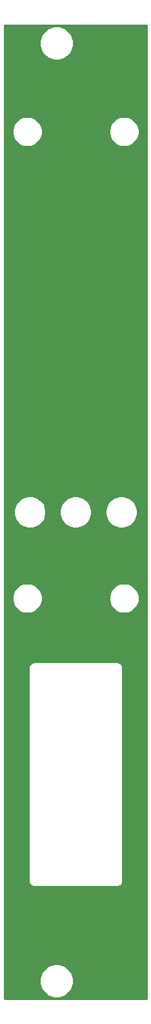
<source format=gbr>
G04 #@! TF.GenerationSoftware,KiCad,Pcbnew,(5.1.10)-1*
G04 #@! TF.CreationDate,2021-09-05T06:08:46+02:00*
G04 #@! TF.ProjectId,Power Module Front,506f7765-7220-44d6-9f64-756c65204672,rev?*
G04 #@! TF.SameCoordinates,Original*
G04 #@! TF.FileFunction,Copper,L1,Top*
G04 #@! TF.FilePolarity,Positive*
%FSLAX46Y46*%
G04 Gerber Fmt 4.6, Leading zero omitted, Abs format (unit mm)*
G04 Created by KiCad (PCBNEW (5.1.10)-1) date 2021-09-05 06:08:46*
%MOMM*%
%LPD*%
G01*
G04 APERTURE LIST*
G04 #@! TA.AperFunction,NonConductor*
%ADD10C,0.254000*%
G04 #@! TD*
G04 #@! TA.AperFunction,NonConductor*
%ADD11C,0.100000*%
G04 #@! TD*
G04 APERTURE END LIST*
D10*
X19315001Y-127815000D02*
X685000Y-127815000D01*
X685000Y-125279872D01*
X5265000Y-125279872D01*
X5265000Y-125720128D01*
X5350890Y-126151925D01*
X5519369Y-126558669D01*
X5763962Y-126924729D01*
X6075271Y-127236038D01*
X6441331Y-127480631D01*
X6848075Y-127649110D01*
X7279872Y-127735000D01*
X7720128Y-127735000D01*
X8151925Y-127649110D01*
X8558669Y-127480631D01*
X8924729Y-127236038D01*
X9236038Y-126924729D01*
X9480631Y-126558669D01*
X9649110Y-126151925D01*
X9735000Y-125720128D01*
X9735000Y-125279872D01*
X9649110Y-124848075D01*
X9480631Y-124441331D01*
X9236038Y-124075271D01*
X8924729Y-123763962D01*
X8558669Y-123519369D01*
X8151925Y-123350890D01*
X7720128Y-123265000D01*
X7279872Y-123265000D01*
X6848075Y-123350890D01*
X6441331Y-123519369D01*
X6075271Y-123763962D01*
X5763962Y-124075271D01*
X5519369Y-124441331D01*
X5350890Y-124848075D01*
X5265000Y-125279872D01*
X685000Y-125279872D01*
X685000Y-84500000D01*
X3836807Y-84500000D01*
X3840001Y-84532429D01*
X3840000Y-112467581D01*
X3836807Y-112500000D01*
X3849550Y-112629383D01*
X3887290Y-112753793D01*
X3948575Y-112868450D01*
X4031052Y-112968948D01*
X4131550Y-113051425D01*
X4246207Y-113112710D01*
X4370617Y-113150450D01*
X4500000Y-113163193D01*
X4532419Y-113160000D01*
X15467581Y-113160000D01*
X15500000Y-113163193D01*
X15532419Y-113160000D01*
X15629383Y-113150450D01*
X15753793Y-113112710D01*
X15868450Y-113051425D01*
X15968948Y-112968948D01*
X16051425Y-112868450D01*
X16112710Y-112753793D01*
X16150450Y-112629383D01*
X16163193Y-112500000D01*
X16160000Y-112467581D01*
X16160000Y-84532419D01*
X16163193Y-84500000D01*
X16150450Y-84370617D01*
X16112710Y-84246207D01*
X16051425Y-84131550D01*
X15968948Y-84031052D01*
X15868450Y-83948575D01*
X15753793Y-83887290D01*
X15629383Y-83849550D01*
X15532419Y-83840000D01*
X15500000Y-83836807D01*
X15467581Y-83840000D01*
X4532419Y-83840000D01*
X4500000Y-83836807D01*
X4467581Y-83840000D01*
X4370617Y-83849550D01*
X4246207Y-83887290D01*
X4131550Y-83948575D01*
X4031052Y-84031052D01*
X3948575Y-84131550D01*
X3887290Y-84246207D01*
X3849550Y-84370617D01*
X3836807Y-84500000D01*
X685000Y-84500000D01*
X685000Y-75304495D01*
X1665000Y-75304495D01*
X1665000Y-75695505D01*
X1741282Y-76079003D01*
X1890915Y-76440250D01*
X2108149Y-76765364D01*
X2384636Y-77041851D01*
X2709750Y-77259085D01*
X3070997Y-77408718D01*
X3454495Y-77485000D01*
X3845505Y-77485000D01*
X4229003Y-77408718D01*
X4590250Y-77259085D01*
X4915364Y-77041851D01*
X5191851Y-76765364D01*
X5409085Y-76440250D01*
X5558718Y-76079003D01*
X5635000Y-75695505D01*
X5635000Y-75304495D01*
X14365000Y-75304495D01*
X14365000Y-75695505D01*
X14441282Y-76079003D01*
X14590915Y-76440250D01*
X14808149Y-76765364D01*
X15084636Y-77041851D01*
X15409750Y-77259085D01*
X15770997Y-77408718D01*
X16154495Y-77485000D01*
X16545505Y-77485000D01*
X16929003Y-77408718D01*
X17290250Y-77259085D01*
X17615364Y-77041851D01*
X17891851Y-76765364D01*
X18109085Y-76440250D01*
X18258718Y-76079003D01*
X18335000Y-75695505D01*
X18335000Y-75304495D01*
X18258718Y-74920997D01*
X18109085Y-74559750D01*
X17891851Y-74234636D01*
X17615364Y-73958149D01*
X17290250Y-73740915D01*
X16929003Y-73591282D01*
X16545505Y-73515000D01*
X16154495Y-73515000D01*
X15770997Y-73591282D01*
X15409750Y-73740915D01*
X15084636Y-73958149D01*
X14808149Y-74234636D01*
X14590915Y-74559750D01*
X14441282Y-74920997D01*
X14365000Y-75304495D01*
X5635000Y-75304495D01*
X5558718Y-74920997D01*
X5409085Y-74559750D01*
X5191851Y-74234636D01*
X4915364Y-73958149D01*
X4590250Y-73740915D01*
X4229003Y-73591282D01*
X3845505Y-73515000D01*
X3454495Y-73515000D01*
X3070997Y-73591282D01*
X2709750Y-73740915D01*
X2384636Y-73958149D01*
X2108149Y-74234636D01*
X1890915Y-74559750D01*
X1741282Y-74920997D01*
X1665000Y-75304495D01*
X685000Y-75304495D01*
X685000Y-64039721D01*
X1865000Y-64039721D01*
X1865000Y-64460279D01*
X1947047Y-64872756D01*
X2107988Y-65261302D01*
X2341637Y-65610983D01*
X2639017Y-65908363D01*
X2988698Y-66142012D01*
X3377244Y-66302953D01*
X3789721Y-66385000D01*
X4210279Y-66385000D01*
X4622756Y-66302953D01*
X5011302Y-66142012D01*
X5360983Y-65908363D01*
X5658363Y-65610983D01*
X5892012Y-65261302D01*
X6052953Y-64872756D01*
X6135000Y-64460279D01*
X6135000Y-64039721D01*
X7865000Y-64039721D01*
X7865000Y-64460279D01*
X7947047Y-64872756D01*
X8107988Y-65261302D01*
X8341637Y-65610983D01*
X8639017Y-65908363D01*
X8988698Y-66142012D01*
X9377244Y-66302953D01*
X9789721Y-66385000D01*
X10210279Y-66385000D01*
X10622756Y-66302953D01*
X11011302Y-66142012D01*
X11360983Y-65908363D01*
X11658363Y-65610983D01*
X11892012Y-65261302D01*
X12052953Y-64872756D01*
X12135000Y-64460279D01*
X12135000Y-64039721D01*
X13865000Y-64039721D01*
X13865000Y-64460279D01*
X13947047Y-64872756D01*
X14107988Y-65261302D01*
X14341637Y-65610983D01*
X14639017Y-65908363D01*
X14988698Y-66142012D01*
X15377244Y-66302953D01*
X15789721Y-66385000D01*
X16210279Y-66385000D01*
X16622756Y-66302953D01*
X17011302Y-66142012D01*
X17360983Y-65908363D01*
X17658363Y-65610983D01*
X17892012Y-65261302D01*
X18052953Y-64872756D01*
X18135000Y-64460279D01*
X18135000Y-64039721D01*
X18052953Y-63627244D01*
X17892012Y-63238698D01*
X17658363Y-62889017D01*
X17360983Y-62591637D01*
X17011302Y-62357988D01*
X16622756Y-62197047D01*
X16210279Y-62115000D01*
X15789721Y-62115000D01*
X15377244Y-62197047D01*
X14988698Y-62357988D01*
X14639017Y-62591637D01*
X14341637Y-62889017D01*
X14107988Y-63238698D01*
X13947047Y-63627244D01*
X13865000Y-64039721D01*
X12135000Y-64039721D01*
X12052953Y-63627244D01*
X11892012Y-63238698D01*
X11658363Y-62889017D01*
X11360983Y-62591637D01*
X11011302Y-62357988D01*
X10622756Y-62197047D01*
X10210279Y-62115000D01*
X9789721Y-62115000D01*
X9377244Y-62197047D01*
X8988698Y-62357988D01*
X8639017Y-62591637D01*
X8341637Y-62889017D01*
X8107988Y-63238698D01*
X7947047Y-63627244D01*
X7865000Y-64039721D01*
X6135000Y-64039721D01*
X6052953Y-63627244D01*
X5892012Y-63238698D01*
X5658363Y-62889017D01*
X5360983Y-62591637D01*
X5011302Y-62357988D01*
X4622756Y-62197047D01*
X4210279Y-62115000D01*
X3789721Y-62115000D01*
X3377244Y-62197047D01*
X2988698Y-62357988D01*
X2639017Y-62591637D01*
X2341637Y-62889017D01*
X2107988Y-63238698D01*
X1947047Y-63627244D01*
X1865000Y-64039721D01*
X685000Y-64039721D01*
X685000Y-14344495D01*
X1665000Y-14344495D01*
X1665000Y-14735505D01*
X1741282Y-15119003D01*
X1890915Y-15480250D01*
X2108149Y-15805364D01*
X2384636Y-16081851D01*
X2709750Y-16299085D01*
X3070997Y-16448718D01*
X3454495Y-16525000D01*
X3845505Y-16525000D01*
X4229003Y-16448718D01*
X4590250Y-16299085D01*
X4915364Y-16081851D01*
X5191851Y-15805364D01*
X5409085Y-15480250D01*
X5558718Y-15119003D01*
X5635000Y-14735505D01*
X5635000Y-14344495D01*
X14365000Y-14344495D01*
X14365000Y-14735505D01*
X14441282Y-15119003D01*
X14590915Y-15480250D01*
X14808149Y-15805364D01*
X15084636Y-16081851D01*
X15409750Y-16299085D01*
X15770997Y-16448718D01*
X16154495Y-16525000D01*
X16545505Y-16525000D01*
X16929003Y-16448718D01*
X17290250Y-16299085D01*
X17615364Y-16081851D01*
X17891851Y-15805364D01*
X18109085Y-15480250D01*
X18258718Y-15119003D01*
X18335000Y-14735505D01*
X18335000Y-14344495D01*
X18258718Y-13960997D01*
X18109085Y-13599750D01*
X17891851Y-13274636D01*
X17615364Y-12998149D01*
X17290250Y-12780915D01*
X16929003Y-12631282D01*
X16545505Y-12555000D01*
X16154495Y-12555000D01*
X15770997Y-12631282D01*
X15409750Y-12780915D01*
X15084636Y-12998149D01*
X14808149Y-13274636D01*
X14590915Y-13599750D01*
X14441282Y-13960997D01*
X14365000Y-14344495D01*
X5635000Y-14344495D01*
X5558718Y-13960997D01*
X5409085Y-13599750D01*
X5191851Y-13274636D01*
X4915364Y-12998149D01*
X4590250Y-12780915D01*
X4229003Y-12631282D01*
X3845505Y-12555000D01*
X3454495Y-12555000D01*
X3070997Y-12631282D01*
X2709750Y-12780915D01*
X2384636Y-12998149D01*
X2108149Y-13274636D01*
X1890915Y-13599750D01*
X1741282Y-13960997D01*
X1665000Y-14344495D01*
X685000Y-14344495D01*
X685000Y-2779872D01*
X5265000Y-2779872D01*
X5265000Y-3220128D01*
X5350890Y-3651925D01*
X5519369Y-4058669D01*
X5763962Y-4424729D01*
X6075271Y-4736038D01*
X6441331Y-4980631D01*
X6848075Y-5149110D01*
X7279872Y-5235000D01*
X7720128Y-5235000D01*
X8151925Y-5149110D01*
X8558669Y-4980631D01*
X8924729Y-4736038D01*
X9236038Y-4424729D01*
X9480631Y-4058669D01*
X9649110Y-3651925D01*
X9735000Y-3220128D01*
X9735000Y-2779872D01*
X9649110Y-2348075D01*
X9480631Y-1941331D01*
X9236038Y-1575271D01*
X8924729Y-1263962D01*
X8558669Y-1019369D01*
X8151925Y-850890D01*
X7720128Y-765000D01*
X7279872Y-765000D01*
X6848075Y-850890D01*
X6441331Y-1019369D01*
X6075271Y-1263962D01*
X5763962Y-1575271D01*
X5519369Y-1941331D01*
X5350890Y-2348075D01*
X5265000Y-2779872D01*
X685000Y-2779872D01*
X685000Y-685000D01*
X19315000Y-685000D01*
X19315001Y-127815000D01*
G04 #@! TA.AperFunction,NonConductor*
D11*
G36*
X19315001Y-127815000D02*
G01*
X685000Y-127815000D01*
X685000Y-125279872D01*
X5265000Y-125279872D01*
X5265000Y-125720128D01*
X5350890Y-126151925D01*
X5519369Y-126558669D01*
X5763962Y-126924729D01*
X6075271Y-127236038D01*
X6441331Y-127480631D01*
X6848075Y-127649110D01*
X7279872Y-127735000D01*
X7720128Y-127735000D01*
X8151925Y-127649110D01*
X8558669Y-127480631D01*
X8924729Y-127236038D01*
X9236038Y-126924729D01*
X9480631Y-126558669D01*
X9649110Y-126151925D01*
X9735000Y-125720128D01*
X9735000Y-125279872D01*
X9649110Y-124848075D01*
X9480631Y-124441331D01*
X9236038Y-124075271D01*
X8924729Y-123763962D01*
X8558669Y-123519369D01*
X8151925Y-123350890D01*
X7720128Y-123265000D01*
X7279872Y-123265000D01*
X6848075Y-123350890D01*
X6441331Y-123519369D01*
X6075271Y-123763962D01*
X5763962Y-124075271D01*
X5519369Y-124441331D01*
X5350890Y-124848075D01*
X5265000Y-125279872D01*
X685000Y-125279872D01*
X685000Y-84500000D01*
X3836807Y-84500000D01*
X3840001Y-84532429D01*
X3840000Y-112467581D01*
X3836807Y-112500000D01*
X3849550Y-112629383D01*
X3887290Y-112753793D01*
X3948575Y-112868450D01*
X4031052Y-112968948D01*
X4131550Y-113051425D01*
X4246207Y-113112710D01*
X4370617Y-113150450D01*
X4500000Y-113163193D01*
X4532419Y-113160000D01*
X15467581Y-113160000D01*
X15500000Y-113163193D01*
X15532419Y-113160000D01*
X15629383Y-113150450D01*
X15753793Y-113112710D01*
X15868450Y-113051425D01*
X15968948Y-112968948D01*
X16051425Y-112868450D01*
X16112710Y-112753793D01*
X16150450Y-112629383D01*
X16163193Y-112500000D01*
X16160000Y-112467581D01*
X16160000Y-84532419D01*
X16163193Y-84500000D01*
X16150450Y-84370617D01*
X16112710Y-84246207D01*
X16051425Y-84131550D01*
X15968948Y-84031052D01*
X15868450Y-83948575D01*
X15753793Y-83887290D01*
X15629383Y-83849550D01*
X15532419Y-83840000D01*
X15500000Y-83836807D01*
X15467581Y-83840000D01*
X4532419Y-83840000D01*
X4500000Y-83836807D01*
X4467581Y-83840000D01*
X4370617Y-83849550D01*
X4246207Y-83887290D01*
X4131550Y-83948575D01*
X4031052Y-84031052D01*
X3948575Y-84131550D01*
X3887290Y-84246207D01*
X3849550Y-84370617D01*
X3836807Y-84500000D01*
X685000Y-84500000D01*
X685000Y-75304495D01*
X1665000Y-75304495D01*
X1665000Y-75695505D01*
X1741282Y-76079003D01*
X1890915Y-76440250D01*
X2108149Y-76765364D01*
X2384636Y-77041851D01*
X2709750Y-77259085D01*
X3070997Y-77408718D01*
X3454495Y-77485000D01*
X3845505Y-77485000D01*
X4229003Y-77408718D01*
X4590250Y-77259085D01*
X4915364Y-77041851D01*
X5191851Y-76765364D01*
X5409085Y-76440250D01*
X5558718Y-76079003D01*
X5635000Y-75695505D01*
X5635000Y-75304495D01*
X14365000Y-75304495D01*
X14365000Y-75695505D01*
X14441282Y-76079003D01*
X14590915Y-76440250D01*
X14808149Y-76765364D01*
X15084636Y-77041851D01*
X15409750Y-77259085D01*
X15770997Y-77408718D01*
X16154495Y-77485000D01*
X16545505Y-77485000D01*
X16929003Y-77408718D01*
X17290250Y-77259085D01*
X17615364Y-77041851D01*
X17891851Y-76765364D01*
X18109085Y-76440250D01*
X18258718Y-76079003D01*
X18335000Y-75695505D01*
X18335000Y-75304495D01*
X18258718Y-74920997D01*
X18109085Y-74559750D01*
X17891851Y-74234636D01*
X17615364Y-73958149D01*
X17290250Y-73740915D01*
X16929003Y-73591282D01*
X16545505Y-73515000D01*
X16154495Y-73515000D01*
X15770997Y-73591282D01*
X15409750Y-73740915D01*
X15084636Y-73958149D01*
X14808149Y-74234636D01*
X14590915Y-74559750D01*
X14441282Y-74920997D01*
X14365000Y-75304495D01*
X5635000Y-75304495D01*
X5558718Y-74920997D01*
X5409085Y-74559750D01*
X5191851Y-74234636D01*
X4915364Y-73958149D01*
X4590250Y-73740915D01*
X4229003Y-73591282D01*
X3845505Y-73515000D01*
X3454495Y-73515000D01*
X3070997Y-73591282D01*
X2709750Y-73740915D01*
X2384636Y-73958149D01*
X2108149Y-74234636D01*
X1890915Y-74559750D01*
X1741282Y-74920997D01*
X1665000Y-75304495D01*
X685000Y-75304495D01*
X685000Y-64039721D01*
X1865000Y-64039721D01*
X1865000Y-64460279D01*
X1947047Y-64872756D01*
X2107988Y-65261302D01*
X2341637Y-65610983D01*
X2639017Y-65908363D01*
X2988698Y-66142012D01*
X3377244Y-66302953D01*
X3789721Y-66385000D01*
X4210279Y-66385000D01*
X4622756Y-66302953D01*
X5011302Y-66142012D01*
X5360983Y-65908363D01*
X5658363Y-65610983D01*
X5892012Y-65261302D01*
X6052953Y-64872756D01*
X6135000Y-64460279D01*
X6135000Y-64039721D01*
X7865000Y-64039721D01*
X7865000Y-64460279D01*
X7947047Y-64872756D01*
X8107988Y-65261302D01*
X8341637Y-65610983D01*
X8639017Y-65908363D01*
X8988698Y-66142012D01*
X9377244Y-66302953D01*
X9789721Y-66385000D01*
X10210279Y-66385000D01*
X10622756Y-66302953D01*
X11011302Y-66142012D01*
X11360983Y-65908363D01*
X11658363Y-65610983D01*
X11892012Y-65261302D01*
X12052953Y-64872756D01*
X12135000Y-64460279D01*
X12135000Y-64039721D01*
X13865000Y-64039721D01*
X13865000Y-64460279D01*
X13947047Y-64872756D01*
X14107988Y-65261302D01*
X14341637Y-65610983D01*
X14639017Y-65908363D01*
X14988698Y-66142012D01*
X15377244Y-66302953D01*
X15789721Y-66385000D01*
X16210279Y-66385000D01*
X16622756Y-66302953D01*
X17011302Y-66142012D01*
X17360983Y-65908363D01*
X17658363Y-65610983D01*
X17892012Y-65261302D01*
X18052953Y-64872756D01*
X18135000Y-64460279D01*
X18135000Y-64039721D01*
X18052953Y-63627244D01*
X17892012Y-63238698D01*
X17658363Y-62889017D01*
X17360983Y-62591637D01*
X17011302Y-62357988D01*
X16622756Y-62197047D01*
X16210279Y-62115000D01*
X15789721Y-62115000D01*
X15377244Y-62197047D01*
X14988698Y-62357988D01*
X14639017Y-62591637D01*
X14341637Y-62889017D01*
X14107988Y-63238698D01*
X13947047Y-63627244D01*
X13865000Y-64039721D01*
X12135000Y-64039721D01*
X12052953Y-63627244D01*
X11892012Y-63238698D01*
X11658363Y-62889017D01*
X11360983Y-62591637D01*
X11011302Y-62357988D01*
X10622756Y-62197047D01*
X10210279Y-62115000D01*
X9789721Y-62115000D01*
X9377244Y-62197047D01*
X8988698Y-62357988D01*
X8639017Y-62591637D01*
X8341637Y-62889017D01*
X8107988Y-63238698D01*
X7947047Y-63627244D01*
X7865000Y-64039721D01*
X6135000Y-64039721D01*
X6052953Y-63627244D01*
X5892012Y-63238698D01*
X5658363Y-62889017D01*
X5360983Y-62591637D01*
X5011302Y-62357988D01*
X4622756Y-62197047D01*
X4210279Y-62115000D01*
X3789721Y-62115000D01*
X3377244Y-62197047D01*
X2988698Y-62357988D01*
X2639017Y-62591637D01*
X2341637Y-62889017D01*
X2107988Y-63238698D01*
X1947047Y-63627244D01*
X1865000Y-64039721D01*
X685000Y-64039721D01*
X685000Y-14344495D01*
X1665000Y-14344495D01*
X1665000Y-14735505D01*
X1741282Y-15119003D01*
X1890915Y-15480250D01*
X2108149Y-15805364D01*
X2384636Y-16081851D01*
X2709750Y-16299085D01*
X3070997Y-16448718D01*
X3454495Y-16525000D01*
X3845505Y-16525000D01*
X4229003Y-16448718D01*
X4590250Y-16299085D01*
X4915364Y-16081851D01*
X5191851Y-15805364D01*
X5409085Y-15480250D01*
X5558718Y-15119003D01*
X5635000Y-14735505D01*
X5635000Y-14344495D01*
X14365000Y-14344495D01*
X14365000Y-14735505D01*
X14441282Y-15119003D01*
X14590915Y-15480250D01*
X14808149Y-15805364D01*
X15084636Y-16081851D01*
X15409750Y-16299085D01*
X15770997Y-16448718D01*
X16154495Y-16525000D01*
X16545505Y-16525000D01*
X16929003Y-16448718D01*
X17290250Y-16299085D01*
X17615364Y-16081851D01*
X17891851Y-15805364D01*
X18109085Y-15480250D01*
X18258718Y-15119003D01*
X18335000Y-14735505D01*
X18335000Y-14344495D01*
X18258718Y-13960997D01*
X18109085Y-13599750D01*
X17891851Y-13274636D01*
X17615364Y-12998149D01*
X17290250Y-12780915D01*
X16929003Y-12631282D01*
X16545505Y-12555000D01*
X16154495Y-12555000D01*
X15770997Y-12631282D01*
X15409750Y-12780915D01*
X15084636Y-12998149D01*
X14808149Y-13274636D01*
X14590915Y-13599750D01*
X14441282Y-13960997D01*
X14365000Y-14344495D01*
X5635000Y-14344495D01*
X5558718Y-13960997D01*
X5409085Y-13599750D01*
X5191851Y-13274636D01*
X4915364Y-12998149D01*
X4590250Y-12780915D01*
X4229003Y-12631282D01*
X3845505Y-12555000D01*
X3454495Y-12555000D01*
X3070997Y-12631282D01*
X2709750Y-12780915D01*
X2384636Y-12998149D01*
X2108149Y-13274636D01*
X1890915Y-13599750D01*
X1741282Y-13960997D01*
X1665000Y-14344495D01*
X685000Y-14344495D01*
X685000Y-2779872D01*
X5265000Y-2779872D01*
X5265000Y-3220128D01*
X5350890Y-3651925D01*
X5519369Y-4058669D01*
X5763962Y-4424729D01*
X6075271Y-4736038D01*
X6441331Y-4980631D01*
X6848075Y-5149110D01*
X7279872Y-5235000D01*
X7720128Y-5235000D01*
X8151925Y-5149110D01*
X8558669Y-4980631D01*
X8924729Y-4736038D01*
X9236038Y-4424729D01*
X9480631Y-4058669D01*
X9649110Y-3651925D01*
X9735000Y-3220128D01*
X9735000Y-2779872D01*
X9649110Y-2348075D01*
X9480631Y-1941331D01*
X9236038Y-1575271D01*
X8924729Y-1263962D01*
X8558669Y-1019369D01*
X8151925Y-850890D01*
X7720128Y-765000D01*
X7279872Y-765000D01*
X6848075Y-850890D01*
X6441331Y-1019369D01*
X6075271Y-1263962D01*
X5763962Y-1575271D01*
X5519369Y-1941331D01*
X5350890Y-2348075D01*
X5265000Y-2779872D01*
X685000Y-2779872D01*
X685000Y-685000D01*
X19315000Y-685000D01*
X19315001Y-127815000D01*
G37*
G04 #@! TD.AperFunction*
M02*

</source>
